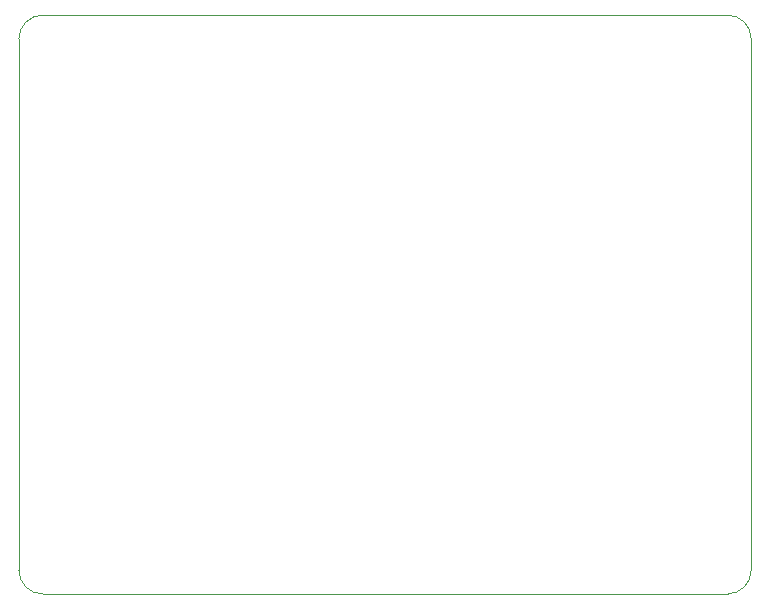
<source format=gbr>
%TF.GenerationSoftware,KiCad,Pcbnew,(6.0.9)*%
%TF.CreationDate,2023-02-05T01:33:25+02:00*%
%TF.ProjectId,Power for cam,506f7765-7220-4666-9f72-2063616d2e6b,rev?*%
%TF.SameCoordinates,Original*%
%TF.FileFunction,Profile,NP*%
%FSLAX46Y46*%
G04 Gerber Fmt 4.6, Leading zero omitted, Abs format (unit mm)*
G04 Created by KiCad (PCBNEW (6.0.9)) date 2023-02-05 01:33:25*
%MOMM*%
%LPD*%
G01*
G04 APERTURE LIST*
%TA.AperFunction,Profile*%
%ADD10C,0.100000*%
%TD*%
G04 APERTURE END LIST*
D10*
X121000000Y-107000000D02*
G75*
G03*
X123000000Y-109000000I2000000J0D01*
G01*
X123000000Y-60000000D02*
G75*
G03*
X121000000Y-62000000I0J-2000000D01*
G01*
X183000000Y-62000000D02*
G75*
G03*
X181000000Y-60000000I-2000000J0D01*
G01*
X181000000Y-109000000D02*
G75*
G03*
X183000000Y-107000000I0J2000000D01*
G01*
X183000000Y-62000000D02*
X183000000Y-107000000D01*
X121000000Y-62000000D02*
X121000000Y-107000000D01*
X123000000Y-109000000D02*
X181000000Y-109000000D01*
X123000000Y-60000000D02*
X181000000Y-60000000D01*
M02*

</source>
